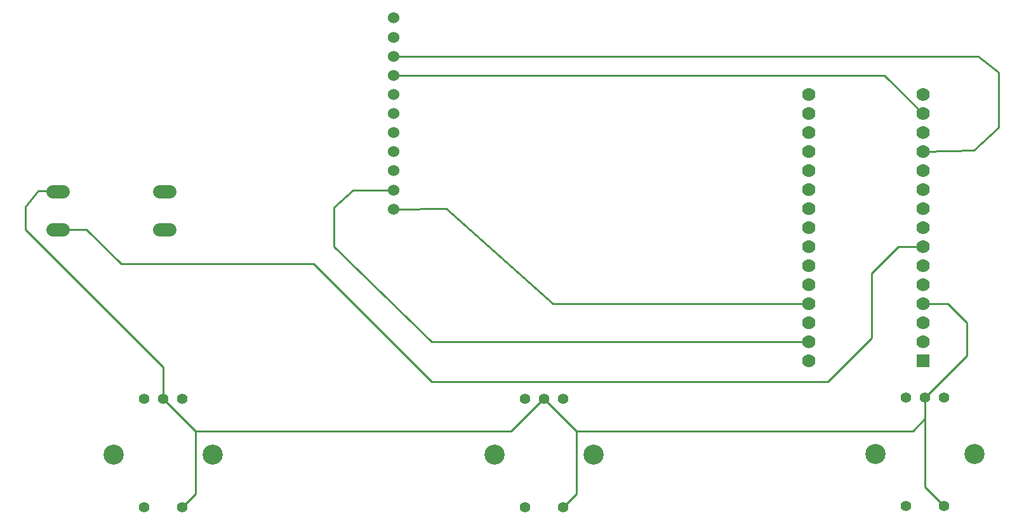
<source format=gtl>
G04 Layer: TopLayer*
G04 EasyEDA v5.9.42, Tue, 19 Feb 2019 02:49:18 GMT*
G04 6333967b838042d2a107bc752d40cc6d*
G04 Gerber Generator version 0.2*
G04 Scale: 100 percent, Rotated: No, Reflected: No *
G04 Dimensions in millimeters *
G04 leading zeros omitted , absolute positions ,3 integer and 3 decimal *
%FSLAX33Y33*%
%MOMM*%
G90*
G71D02*

%ADD10C,0.254000*%
%ADD11C,1.524000*%
%ADD12R,1.778000X1.778000*%
%ADD13C,1.778000*%
%ADD14C,1.414780*%
%ADD15C,2.684780*%

%LPD*%
G54D10*
G01X106553Y40386D02*
G01X72390Y40386D01*
G01X58166Y53086D01*
G01X51140Y53025D01*
G01X106553Y35306D02*
G01X56261Y35306D01*
G01X43180Y48006D01*
G01X43180Y53213D01*
G01X45720Y55499D01*
G01X51140Y55575D01*
G01X121793Y65786D02*
G01X116586Y70866D01*
G01X51130Y70866D01*
G01X51140Y70876D01*
G01X121793Y60706D02*
G01X128524Y60833D01*
G01X131826Y63881D01*
G01X131826Y71247D01*
G01X129159Y73406D01*
G01X55499Y73406D01*
G01X51140Y73426D01*
G01X121793Y40386D02*
G01X125095Y40386D01*
G01X127635Y37846D01*
G01X127635Y33401D01*
G01X122047Y27813D01*
G01X122047Y27813D02*
G01X122047Y15875D01*
G01X124587Y13335D01*
G01X122047Y27813D02*
G01X122047Y25019D01*
G01X120396Y23368D01*
G01X75565Y23368D01*
G01X71247Y27686D01*
G01X75565Y23368D02*
G01X75565Y14986D01*
G01X73787Y13208D01*
G01X71247Y27686D02*
G01X71120Y27686D01*
G01X66802Y23368D01*
G01X24765Y23368D01*
G01X20447Y27686D01*
G01X24765Y23368D02*
G01X24765Y14986D01*
G01X22987Y13208D01*
G01X20447Y27686D02*
G01X20447Y31877D01*
G01X2032Y50292D01*
G01X2032Y53340D01*
G01X3738Y55478D01*
G01X7393Y55372D01*
G01X121793Y48006D02*
G01X118491Y48006D01*
G01X114935Y44450D01*
G01X114935Y35814D01*
G01X109093Y29972D01*
G01X56261Y29972D01*
G01X40513Y45720D01*
G01X14859Y45720D01*
G01X10160Y50292D01*
G01X5306Y50292D01*
G54D12*
G01X121793Y32766D03*
G54D13*
G01X121793Y35306D03*
G01X121793Y37846D03*
G01X121793Y40386D03*
G01X121793Y42926D03*
G01X121793Y45466D03*
G01X121793Y48006D03*
G01X121793Y50546D03*
G01X121793Y53086D03*
G01X121793Y55626D03*
G01X121793Y58166D03*
G01X121793Y60706D03*
G01X121793Y63246D03*
G01X121793Y65786D03*
G01X121793Y68326D03*
G01X106553Y32766D03*
G01X106553Y35306D03*
G01X106553Y37846D03*
G01X106553Y40386D03*
G01X106553Y42926D03*
G01X106553Y45466D03*
G01X106553Y48006D03*
G01X106553Y50546D03*
G01X106553Y53086D03*
G01X106553Y55626D03*
G01X106553Y58166D03*
G01X106553Y60706D03*
G01X106553Y63246D03*
G01X106553Y65786D03*
G01X106553Y68326D03*
G54D14*
G01X20447Y27686D03*
G01X17907Y13208D03*
G54D15*
G01X13843Y20193D03*
G01X27051Y20193D03*
G54D14*
G01X22987Y13208D03*
G01X17907Y27686D03*
G01X22987Y27686D03*
G01X71247Y27686D03*
G01X68707Y13208D03*
G54D15*
G01X64643Y20193D03*
G01X77851Y20193D03*
G54D14*
G01X73787Y13208D03*
G01X68707Y27686D03*
G01X73787Y27686D03*
G01X122047Y27813D03*
G01X119507Y13335D03*
G54D15*
G01X115443Y20320D03*
G01X128651Y20320D03*
G54D14*
G01X124587Y13335D03*
G01X119507Y27813D03*
G01X124587Y27813D03*
G54D11*
G01X51141Y53026D03*
G01X51141Y55575D03*
G01X51141Y58126D03*
G01X51141Y60676D03*
G01X51141Y63225D03*
G01X51141Y65776D03*
G01X51141Y68326D03*
G01X51141Y70875D03*
G01X51141Y73426D03*
G01X51141Y75975D03*
G01X51141Y78526D03*
G01X20574Y50292D03*
G01X20574Y55372D03*
G01X6350Y50292D03*
G01X6350Y55372D03*
G54D13*
G01X7048Y50292D02*
G01X5651Y50292D01*
G01X7048Y55372D02*
G01X5651Y55372D01*
G01X21272Y50292D02*
G01X19875Y50292D01*
G01X21272Y55372D02*
G01X19875Y55372D01*
M00*
M02*

</source>
